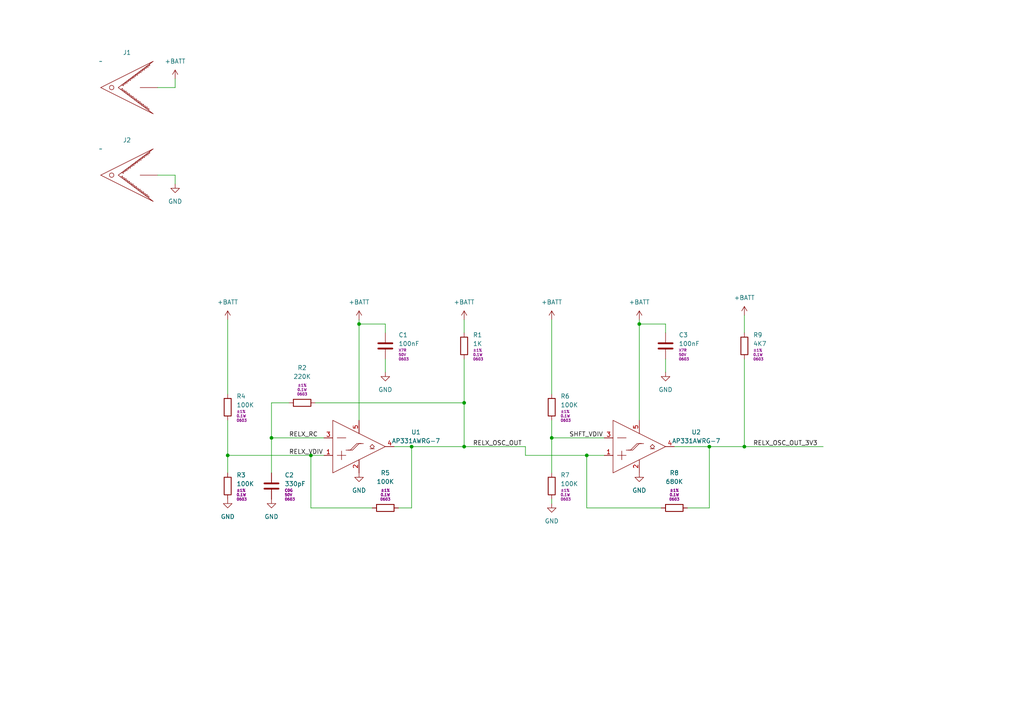
<source format=kicad_sch>
(kicad_sch (version 20230121) (generator eeschema)

  (uuid e0cd1853-2523-4e2d-9373-07e51d2931b2)

  (paper "A4")

  (title_block
    (title "MEC1003F 2024 Lecture 2 Demo")
    (date "2024-04-10")
    (rev "v0.0")
    (company "University of Cape Town")
    (comment 1 "Licence: Creative Commons")
    (comment 3 "Department of Electrical Engineering")
    (comment 4 "Lawrence Stanton")
  )

  (lib_symbols
    (symbol "Project Symbols:0603WAF1001T5E" (pin_numbers hide) (pin_names (offset 0)) (in_bom yes) (on_board yes)
      (property "Reference" "R" (at 5.08 2.54 0)
        (effects (font (size 1.27 1.27)))
      )
      (property "Value" "1K" (at 5.08 0 0)
        (effects (font (size 1.27 1.27)))
      )
      (property "Footprint" "" (at 5.08 -5.08 90)
        (effects (font (size 1.27 1.27)) hide)
      )
      (property "Datasheet" "https://datasheet.lcsc.com/szlcsc/1811062009_UNI-ROYAL-Uniroyal-Elec-0603WAF1002T5E_C25804.pdf" (at 15.24 -10.16 0)
        (effects (font (size 1.27 1.27)) hide)
      )
      (property "Tolerance" "±1%" (at 5.08 -2.54 0)
        (effects (font (size 0.762 0.762)))
      )
      (property "Power" "0.1W" (at 5.08 -5.08 0)
        (effects (font (size 0.762 0.762)))
      )
      (property "Package" "0603" (at 5.08 -7.62 0)
        (effects (font (size 0.762 0.762)))
      )
      (property "ki_keywords" "R res resistor" (at 0 0 0)
        (effects (font (size 1.27 1.27)) hide)
      )
      (property "ki_description" "Resistor" (at 0 0 0)
        (effects (font (size 1.27 1.27)) hide)
      )
      (property "ki_fp_filters" "R_*" (at 0 0 0)
        (effects (font (size 1.27 1.27)) hide)
      )
      (symbol "0603WAF1001T5E_0_1"
        (rectangle (start -1.016 -2.54) (end 1.016 2.54)
          (stroke (width 0.254) (type default))
          (fill (type none))
        )
      )
      (symbol "0603WAF1001T5E_1_1"
        (pin passive line (at 0 3.81 270) (length 1.27)
          (name "~" (effects (font (size 1.27 1.27))))
          (number "1" (effects (font (size 1.27 1.27))))
        )
        (pin passive line (at 0 -3.81 90) (length 1.27)
          (name "~" (effects (font (size 1.27 1.27))))
          (number "2" (effects (font (size 1.27 1.27))))
        )
      )
    )
    (symbol "Project Symbols:0603WAF1003T5E" (pin_numbers hide) (pin_names (offset 0)) (in_bom yes) (on_board yes)
      (property "Reference" "R" (at 5.08 2.54 0)
        (effects (font (size 1.27 1.27)))
      )
      (property "Value" "100K" (at 5.08 0 0)
        (effects (font (size 1.27 1.27)))
      )
      (property "Footprint" "" (at 0 -15.24 0)
        (effects (font (size 1.27 1.27)) hide)
      )
      (property "Datasheet" "https://datasheet.lcsc.com/szlcsc/1811062009_UNI-ROYAL-Uniroyal-Elec-0603WAF1002T5E_C25804.pdf" (at 15.24 -10.16 0)
        (effects (font (size 1.27 1.27)) hide)
      )
      (property "Tolerance" "±1%" (at 5.08 -2.54 0)
        (effects (font (size 0.762 0.762)))
      )
      (property "Power" "0.1W" (at 5.08 -5.08 0)
        (effects (font (size 0.762 0.762)))
      )
      (property "Package" "0603" (at 5.08 -7.62 0)
        (effects (font (size 0.762 0.762)))
      )
      (property "ki_keywords" "R res resistor" (at 0 0 0)
        (effects (font (size 1.27 1.27)) hide)
      )
      (property "ki_description" "Resistor" (at 0 0 0)
        (effects (font (size 1.27 1.27)) hide)
      )
      (property "ki_fp_filters" "R_*" (at 0 0 0)
        (effects (font (size 1.27 1.27)) hide)
      )
      (symbol "0603WAF1003T5E_0_1"
        (rectangle (start -1.016 -2.54) (end 1.016 2.54)
          (stroke (width 0.254) (type default))
          (fill (type none))
        )
      )
      (symbol "0603WAF1003T5E_1_1"
        (pin passive line (at 0 3.81 270) (length 1.27)
          (name "~" (effects (font (size 1.27 1.27))))
          (number "1" (effects (font (size 1.27 1.27))))
        )
        (pin passive line (at 0 -3.81 90) (length 1.27)
          (name "~" (effects (font (size 1.27 1.27))))
          (number "2" (effects (font (size 1.27 1.27))))
        )
      )
    )
    (symbol "Project Symbols:0603WAF2203T5E" (pin_numbers hide) (pin_names (offset 0)) (in_bom yes) (on_board yes)
      (property "Reference" "R" (at 5.08 2.54 0)
        (effects (font (size 1.27 1.27)))
      )
      (property "Value" "220K" (at 5.08 0 0)
        (effects (font (size 1.27 1.27)))
      )
      (property "Footprint" "Resistor_SMD:R_0603_1608Metric" (at 5.08 -15.24 0)
        (effects (font (size 1.27 1.27)) hide)
      )
      (property "Datasheet" "https://datasheet.lcsc.com/szlcsc/1811062009_UNI-ROYAL-Uniroyal-Elec-0603WAF1002T5E_C25804.pdf" (at 15.24 -10.16 0)
        (effects (font (size 1.27 1.27)) hide)
      )
      (property "Tolerance" "±1%" (at 5.08 -2.54 0)
        (effects (font (size 0.762 0.762)))
      )
      (property "Power" "0.1W" (at 5.08 -5.08 0)
        (effects (font (size 0.762 0.762)))
      )
      (property "Package" "0603" (at 5.08 -7.62 0)
        (effects (font (size 0.762 0.762)))
      )
      (property "ki_keywords" "R res resistor" (at 0 0 0)
        (effects (font (size 1.27 1.27)) hide)
      )
      (property "ki_description" "Resistor" (at 0 0 0)
        (effects (font (size 1.27 1.27)) hide)
      )
      (property "ki_fp_filters" "R_*" (at 0 0 0)
        (effects (font (size 1.27 1.27)) hide)
      )
      (symbol "0603WAF2203T5E_0_1"
        (rectangle (start -1.016 -2.54) (end 1.016 2.54)
          (stroke (width 0.254) (type default))
          (fill (type none))
        )
      )
      (symbol "0603WAF2203T5E_1_1"
        (pin passive line (at 0 3.81 270) (length 1.27)
          (name "~" (effects (font (size 1.27 1.27))))
          (number "1" (effects (font (size 1.27 1.27))))
        )
        (pin passive line (at 0 -3.81 90) (length 1.27)
          (name "~" (effects (font (size 1.27 1.27))))
          (number "2" (effects (font (size 1.27 1.27))))
        )
      )
    )
    (symbol "Project Symbols:0603WAF4701T5E" (pin_numbers hide) (pin_names (offset 0)) (in_bom yes) (on_board yes)
      (property "Reference" "R" (at 5.08 2.54 0)
        (effects (font (size 1.27 1.27)))
      )
      (property "Value" "4K7" (at 5.08 0 0)
        (effects (font (size 1.27 1.27)))
      )
      (property "Footprint" "Resistor_SMD:R_0603_1608Metric" (at 5.08 -15.24 0)
        (effects (font (size 1.27 1.27)) hide)
      )
      (property "Datasheet" "https://datasheet.lcsc.com/szlcsc/1811062009_UNI-ROYAL-Uniroyal-Elec-0603WAF1002T5E_C25804.pdf" (at 15.24 -10.16 0)
        (effects (font (size 1.27 1.27)) hide)
      )
      (property "Tolerance" "±1%" (at 5.08 -2.54 0)
        (effects (font (size 0.762 0.762)))
      )
      (property "Power" "0.1W" (at 5.08 -5.08 0)
        (effects (font (size 0.762 0.762)))
      )
      (property "Package" "0603" (at 5.08 -7.62 0)
        (effects (font (size 0.762 0.762)))
      )
      (property "ki_keywords" "R res resistor" (at 0 0 0)
        (effects (font (size 1.27 1.27)) hide)
      )
      (property "ki_description" "Resistor" (at 0 0 0)
        (effects (font (size 1.27 1.27)) hide)
      )
      (property "ki_fp_filters" "R_*" (at 0 0 0)
        (effects (font (size 1.27 1.27)) hide)
      )
      (symbol "0603WAF4701T5E_0_1"
        (rectangle (start -1.016 -2.54) (end 1.016 2.54)
          (stroke (width 0.254) (type default))
          (fill (type none))
        )
      )
      (symbol "0603WAF4701T5E_1_1"
        (pin passive line (at 0 3.81 270) (length 1.27)
          (name "~" (effects (font (size 1.27 1.27))))
          (number "1" (effects (font (size 1.27 1.27))))
        )
        (pin passive line (at 0 -3.81 90) (length 1.27)
          (name "~" (effects (font (size 1.27 1.27))))
          (number "2" (effects (font (size 1.27 1.27))))
        )
      )
    )
    (symbol "Project Symbols:0603WAF6803T5E" (pin_numbers hide) (pin_names (offset 0)) (in_bom yes) (on_board yes)
      (property "Reference" "R" (at 5.08 2.54 0)
        (effects (font (size 1.27 1.27)))
      )
      (property "Value" "680K" (at 5.08 0 0)
        (effects (font (size 1.27 1.27)))
      )
      (property "Footprint" "" (at 5.08 -5.08 90)
        (effects (font (size 1.27 1.27)) hide)
      )
      (property "Datasheet" "https://datasheet.lcsc.com/szlcsc/1811062009_UNI-ROYAL-Uniroyal-Elec-0603WAF1002T5E_C25804.pdf" (at 15.24 -10.16 0)
        (effects (font (size 1.27 1.27)) hide)
      )
      (property "Tolerance" "±1%" (at 5.08 -2.54 0)
        (effects (font (size 0.762 0.762)))
      )
      (property "Power" "0.1W" (at 5.08 -5.08 0)
        (effects (font (size 0.762 0.762)))
      )
      (property "Package" "0603" (at 5.08 -7.62 0)
        (effects (font (size 0.762 0.762)))
      )
      (property "ki_keywords" "R res resistor" (at 0 0 0)
        (effects (font (size 1.27 1.27)) hide)
      )
      (property "ki_description" "Resistor" (at 0 0 0)
        (effects (font (size 1.27 1.27)) hide)
      )
      (property "ki_fp_filters" "R_*" (at 0 0 0)
        (effects (font (size 1.27 1.27)) hide)
      )
      (symbol "0603WAF6803T5E_0_1"
        (rectangle (start -1.016 -2.54) (end 1.016 2.54)
          (stroke (width 0.254) (type default))
          (fill (type none))
        )
      )
      (symbol "0603WAF6803T5E_1_1"
        (pin passive line (at 0 3.81 270) (length 1.27)
          (name "~" (effects (font (size 1.27 1.27))))
          (number "1" (effects (font (size 1.27 1.27))))
        )
        (pin passive line (at 0 -3.81 90) (length 1.27)
          (name "~" (effects (font (size 1.27 1.27))))
          (number "2" (effects (font (size 1.27 1.27))))
        )
      )
    )
    (symbol "Project Symbols:AP331AWRG-7" (pin_names hide) (in_bom yes) (on_board yes)
      (property "Reference" "U" (at 17.78 2.54 0)
        (effects (font (size 1.27 1.27)))
      )
      (property "Value" "AP331AWRG-7" (at 22.86 0 0)
        (effects (font (size 1.27 1.27)))
      )
      (property "Footprint" "Project Footprints:SOT-23-5 (AP331A)" (at 17.78 -25.4 0)
        (effects (font (size 1.27 1.27)) hide)
      )
      (property "Datasheet" "https://www.lcsc.com/datasheet/lcsc_datasheet_1809051524_Diodes-Incorporated-AP331AWRG-7_C151561.pdf" (at 13.97 -34.925 0)
        (effects (font (size 1.27 1.27)) hide)
      )
      (symbol "AP331AWRG-7_0_1"
        (polyline
          (pts
            (xy 3.81 -10.16)
            (xy 6.35 -10.16)
          )
          (stroke (width 0) (type default))
          (fill (type none))
        )
        (polyline
          (pts
            (xy 3.81 -5.08)
            (xy 6.35 -5.08)
          )
          (stroke (width 0) (type default))
          (fill (type none))
        )
        (polyline
          (pts
            (xy 5.08 -8.89)
            (xy 5.08 -11.43)
          )
          (stroke (width 0) (type default))
          (fill (type none))
        )
        (polyline
          (pts
            (xy 2.54 0)
            (xy 2.54 -15.24)
            (xy 17.78 -7.62)
            (xy 2.54 0)
          )
          (stroke (width 0) (type default))
          (fill (type none))
        )
      )
      (symbol "AP331AWRG-7_1_1"
        (polyline
          (pts
            (xy 13.335 -8.255)
            (xy 14.605 -8.255)
          )
          (stroke (width 0) (type default))
          (fill (type none))
        )
        (polyline
          (pts
            (xy 13.97 -8.255)
            (xy 14.605 -7.62)
            (xy 13.97 -6.985)
          )
          (stroke (width 0) (type default))
          (fill (type none))
        )
        (polyline
          (pts
            (xy 13.97 -6.985)
            (xy 13.335 -7.62)
            (xy 13.97 -8.255)
          )
          (stroke (width 0) (type default))
          (fill (type none))
        )
        (polyline
          (pts
            (xy 6.35 -8.636)
            (xy 7.62 -8.636)
            (xy 9.525 -6.731)
            (xy 10.795 -6.731)
          )
          (stroke (width 0) (type default))
          (fill (type none))
        )
        (polyline
          (pts
            (xy 6.985 -8.636)
            (xy 8.255 -8.636)
            (xy 10.16 -6.731)
            (xy 11.43 -6.731)
          )
          (stroke (width 0) (type default))
          (fill (type none))
        )
        (pin input line (at 0 -10.16 0) (length 2.54)
          (name "IN+" (effects (font (size 1.27 1.27))))
          (number "1" (effects (font (size 1.27 1.27))))
        )
        (pin power_in line (at 10.16 -15.24 90) (length 3.81)
          (name "GND" (effects (font (size 1.27 1.27))))
          (number "2" (effects (font (size 1.27 1.27))))
        )
        (pin input line (at 0 -5.08 0) (length 2.54)
          (name "IN-" (effects (font (size 1.27 1.27))))
          (number "3" (effects (font (size 1.27 1.27))))
        )
        (pin output line (at 20.32 -7.62 180) (length 2.54)
          (name "OUT" (effects (font (size 1.27 1.27))))
          (number "4" (effects (font (size 1.27 1.27))))
        )
        (pin power_in line (at 10.16 0 270) (length 3.81)
          (name "VCC" (effects (font (size 1.27 1.27))))
          (number "5" (effects (font (size 1.27 1.27))))
        )
      )
    )
    (symbol "Project Symbols:CC0603KRX7R9BB104" (pin_numbers hide) (pin_names (offset 0.254)) (in_bom yes) (on_board yes)
      (property "Reference" "C" (at 5.08 2.54 0)
        (effects (font (size 1.27 1.27)) (justify left))
      )
      (property "Value" "100nF" (at 5.08 0 0)
        (effects (font (size 1.27 1.27)) (justify left))
      )
      (property "Footprint" "Capacitor_SMD:C_0603_1608Metric" (at 12.7 -12.7 0)
        (effects (font (size 1.27 1.27)) hide)
      )
      (property "Datasheet" "https://datasheet.lcsc.com/szlcsc/YAGEO-CC0603KRX7R9BB104_C14663.pdf" (at 30.48 -10.16 0)
        (effects (font (size 1.27 1.27)) hide)
      )
      (property "Dielectric" "X7R" (at 7.62 -7.62 0)
        (effects (font (size 0.762 0.762)))
      )
      (property "Voltage" "50V" (at 7.62 -5.08 0)
        (effects (font (size 0.762 0.762)))
      )
      (property "Package" "0603" (at 7.62 -2.54 0)
        (effects (font (size 0.762 0.762)))
      )
      (property "ki_keywords" "cap capacitor" (at 0 0 0)
        (effects (font (size 1.27 1.27)) hide)
      )
      (property "ki_description" "Unpolarized capacitor" (at 0 0 0)
        (effects (font (size 1.27 1.27)) hide)
      )
      (property "ki_fp_filters" "C_*" (at 0 0 0)
        (effects (font (size 1.27 1.27)) hide)
      )
      (symbol "CC0603KRX7R9BB104_0_1"
        (polyline
          (pts
            (xy -2.032 -0.762)
            (xy 2.032 -0.762)
          )
          (stroke (width 0.508) (type default))
          (fill (type none))
        )
        (polyline
          (pts
            (xy -2.032 0.762)
            (xy 2.032 0.762)
          )
          (stroke (width 0.508) (type default))
          (fill (type none))
        )
      )
      (symbol "CC0603KRX7R9BB104_1_1"
        (pin passive line (at 0 3.81 270) (length 2.794)
          (name "~" (effects (font (size 1.27 1.27))))
          (number "1" (effects (font (size 1.27 1.27))))
        )
        (pin passive line (at 0 -3.81 90) (length 2.794)
          (name "~" (effects (font (size 1.27 1.27))))
          (number "2" (effects (font (size 1.27 1.27))))
        )
      )
    )
    (symbol "Project Symbols:CL10C331JB8NNNC" (pin_numbers hide) (pin_names (offset 0.254)) (in_bom yes) (on_board yes)
      (property "Reference" "C" (at 5.08 2.54 0)
        (effects (font (size 1.27 1.27)) (justify left))
      )
      (property "Value" "330pF" (at 5.08 0 0)
        (effects (font (size 1.27 1.27)) (justify left))
      )
      (property "Footprint" "Capacitor_SMD:C_0603_1608Metric" (at 12.7 -12.7 0)
        (effects (font (size 1.27 1.27)) hide)
      )
      (property "Datasheet" "https://datasheet.lcsc.com/szlcsc/YAGEO-CC0603KRX7R9BB104_C14663.pdf" (at 30.48 -10.16 0)
        (effects (font (size 1.27 1.27)) hide)
      )
      (property "Dielectric" "C0G" (at 7.62 -7.62 0)
        (effects (font (size 0.762 0.762)))
      )
      (property "Voltage" "50V" (at 7.62 -5.08 0)
        (effects (font (size 0.762 0.762)))
      )
      (property "Package" "0603" (at 7.62 -2.54 0)
        (effects (font (size 0.762 0.762)))
      )
      (property "ki_keywords" "cap capacitor" (at 0 0 0)
        (effects (font (size 1.27 1.27)) hide)
      )
      (property "ki_description" "Unpolarized capacitor" (at 0 0 0)
        (effects (font (size 1.27 1.27)) hide)
      )
      (property "ki_fp_filters" "C_*" (at 0 0 0)
        (effects (font (size 1.27 1.27)) hide)
      )
      (symbol "CL10C331JB8NNNC_0_1"
        (polyline
          (pts
            (xy -2.032 -0.762)
            (xy 2.032 -0.762)
          )
          (stroke (width 0.508) (type default))
          (fill (type none))
        )
        (polyline
          (pts
            (xy -2.032 0.762)
            (xy 2.032 0.762)
          )
          (stroke (width 0.508) (type default))
          (fill (type none))
        )
      )
      (symbol "CL10C331JB8NNNC_1_1"
        (pin passive line (at 0 3.81 270) (length 2.794)
          (name "~" (effects (font (size 1.27 1.27))))
          (number "1" (effects (font (size 1.27 1.27))))
        )
        (pin passive line (at 0 -3.81 90) (length 2.794)
          (name "~" (effects (font (size 1.27 1.27))))
          (number "2" (effects (font (size 1.27 1.27))))
        )
      )
    )
    (symbol "Project Symbols:CROC" (pin_numbers hide) (in_bom yes) (on_board yes)
      (property "Reference" "J" (at 0 0 0)
        (effects (font (size 1.27 1.27)))
      )
      (property "Value" "" (at 0 0 0)
        (effects (font (size 1.27 1.27)))
      )
      (property "Footprint" "Project Footprints:CROC" (at 0 0 0)
        (effects (font (size 1.27 1.27)) hide)
      )
      (property "Datasheet" "" (at 0 0 0)
        (effects (font (size 1.27 1.27)) hide)
      )
      (symbol "CROC_0_1"
        (polyline
          (pts
            (xy 0 -7.62)
            (xy 15.24 0)
            (xy 5.08 -7.62)
            (xy 15.24 -15.24)
            (xy 0 -7.62)
          )
          (stroke (width 0) (type default))
          (fill (type none))
        )
        (polyline
          (pts
            (xy 5.842 -8.128)
            (xy 6.35 -7.874)
            (xy 6.35 -8.382)
            (xy 6.858 -8.382)
            (xy 6.858 -8.89)
          )
          (stroke (width 0) (type default))
          (fill (type none))
        )
        (polyline
          (pts
            (xy 6.096 -6.858)
            (xy 6.604 -7.112)
            (xy 6.604 -6.604)
            (xy 7.112 -6.604)
            (xy 7.112 -6.096)
          )
          (stroke (width 0) (type default))
          (fill (type none))
        )
        (polyline
          (pts
            (xy 6.858 -8.89)
            (xy 7.366 -8.636)
            (xy 7.366 -9.144)
            (xy 7.874 -9.144)
            (xy 7.874 -9.652)
          )
          (stroke (width 0) (type default))
          (fill (type none))
        )
        (polyline
          (pts
            (xy 7.112 -6.096)
            (xy 7.62 -6.35)
            (xy 7.62 -5.842)
            (xy 8.128 -5.842)
            (xy 8.128 -5.334)
          )
          (stroke (width 0) (type default))
          (fill (type none))
        )
        (polyline
          (pts
            (xy 7.874 -9.652)
            (xy 8.382 -9.398)
            (xy 8.382 -9.906)
            (xy 8.89 -9.906)
            (xy 8.89 -10.414)
          )
          (stroke (width 0) (type default))
          (fill (type none))
        )
        (polyline
          (pts
            (xy 8.128 -5.334)
            (xy 8.636 -5.588)
            (xy 8.636 -5.08)
            (xy 9.144 -5.08)
            (xy 9.144 -4.572)
          )
          (stroke (width 0) (type default))
          (fill (type none))
        )
        (polyline
          (pts
            (xy 8.89 -10.414)
            (xy 9.398 -10.16)
            (xy 9.398 -10.668)
            (xy 9.906 -10.668)
            (xy 9.906 -11.176)
          )
          (stroke (width 0) (type default))
          (fill (type none))
        )
        (polyline
          (pts
            (xy 9.144 -4.572)
            (xy 9.652 -4.826)
            (xy 9.652 -4.318)
            (xy 10.16 -4.318)
            (xy 10.16 -3.81)
          )
          (stroke (width 0) (type default))
          (fill (type none))
        )
        (polyline
          (pts
            (xy 9.906 -11.176)
            (xy 10.414 -10.922)
            (xy 10.414 -11.43)
            (xy 10.922 -11.43)
            (xy 10.922 -11.938)
          )
          (stroke (width 0) (type default))
          (fill (type none))
        )
        (polyline
          (pts
            (xy 10.16 -3.81)
            (xy 10.668 -4.064)
            (xy 10.668 -3.556)
            (xy 11.176 -3.556)
            (xy 11.176 -3.048)
          )
          (stroke (width 0) (type default))
          (fill (type none))
        )
        (polyline
          (pts
            (xy 10.922 -11.938)
            (xy 11.43 -11.684)
            (xy 11.43 -12.192)
            (xy 11.938 -12.192)
            (xy 11.938 -12.7)
          )
          (stroke (width 0) (type default))
          (fill (type none))
        )
        (polyline
          (pts
            (xy 11.176 -3.048)
            (xy 11.684 -3.302)
            (xy 11.684 -2.794)
            (xy 12.192 -2.794)
            (xy 12.192 -2.286)
          )
          (stroke (width 0) (type default))
          (fill (type none))
        )
        (polyline
          (pts
            (xy 11.938 -12.7)
            (xy 12.446 -12.446)
            (xy 12.446 -12.954)
            (xy 12.954 -12.954)
            (xy 12.954 -13.462)
          )
          (stroke (width 0) (type default))
          (fill (type none))
        )
        (polyline
          (pts
            (xy 12.192 -2.286)
            (xy 12.7 -2.54)
            (xy 12.7 -2.032)
            (xy 13.208 -2.032)
            (xy 13.208 -1.524)
          )
          (stroke (width 0) (type default))
          (fill (type none))
        )
        (polyline
          (pts
            (xy 12.954 -13.462)
            (xy 13.462 -13.208)
            (xy 13.462 -13.716)
            (xy 13.97 -13.716)
            (xy 13.97 -14.224)
          )
          (stroke (width 0) (type default))
          (fill (type none))
        )
        (polyline
          (pts
            (xy 13.208 -1.524)
            (xy 13.716 -1.778)
            (xy 13.716 -1.27)
            (xy 14.224 -1.27)
            (xy 14.224 -0.762)
          )
          (stroke (width 0) (type default))
          (fill (type none))
        )
        (circle (center 3.175 -7.62) (radius 0.635)
          (stroke (width 0) (type default))
          (fill (type none))
        )
      )
      (symbol "CROC_1_1"
        (pin passive line (at 16.51 -7.62 180) (length 5.08)
          (name "" (effects (font (size 1.27 1.27))))
          (number "1" (effects (font (size 1.27 1.27))))
        )
      )
    )
    (symbol "power:+BATT" (power) (pin_names (offset 0)) (in_bom yes) (on_board yes)
      (property "Reference" "#PWR" (at 0 -3.81 0)
        (effects (font (size 1.27 1.27)) hide)
      )
      (property "Value" "+BATT" (at 0 3.556 0)
        (effects (font (size 1.27 1.27)))
      )
      (property "Footprint" "" (at 0 0 0)
        (effects (font (size 1.27 1.27)) hide)
      )
      (property "Datasheet" "" (at 0 0 0)
        (effects (font (size 1.27 1.27)) hide)
      )
      (property "ki_keywords" "global power battery" (at 0 0 0)
        (effects (font (size 1.27 1.27)) hide)
      )
      (property "ki_description" "Power symbol creates a global label with name \"+BATT\"" (at 0 0 0)
        (effects (font (size 1.27 1.27)) hide)
      )
      (symbol "+BATT_0_1"
        (polyline
          (pts
            (xy -0.762 1.27)
            (xy 0 2.54)
          )
          (stroke (width 0) (type default))
          (fill (type none))
        )
        (polyline
          (pts
            (xy 0 0)
            (xy 0 2.54)
          )
          (stroke (width 0) (type default))
          (fill (type none))
        )
        (polyline
          (pts
            (xy 0 2.54)
            (xy 0.762 1.27)
          )
          (stroke (width 0) (type default))
          (fill (type none))
        )
      )
      (symbol "+BATT_1_1"
        (pin power_in line (at 0 0 90) (length 0) hide
          (name "+BATT" (effects (font (size 1.27 1.27))))
          (number "1" (effects (font (size 1.27 1.27))))
        )
      )
    )
    (symbol "power:GND" (power) (pin_names (offset 0)) (in_bom yes) (on_board yes)
      (property "Reference" "#PWR" (at 0 -6.35 0)
        (effects (font (size 1.27 1.27)) hide)
      )
      (property "Value" "GND" (at 0 -3.81 0)
        (effects (font (size 1.27 1.27)))
      )
      (property "Footprint" "" (at 0 0 0)
        (effects (font (size 1.27 1.27)) hide)
      )
      (property "Datasheet" "" (at 0 0 0)
        (effects (font (size 1.27 1.27)) hide)
      )
      (property "ki_keywords" "global power" (at 0 0 0)
        (effects (font (size 1.27 1.27)) hide)
      )
      (property "ki_description" "Power symbol creates a global label with name \"GND\" , ground" (at 0 0 0)
        (effects (font (size 1.27 1.27)) hide)
      )
      (symbol "GND_0_1"
        (polyline
          (pts
            (xy 0 0)
            (xy 0 -1.27)
            (xy 1.27 -1.27)
            (xy 0 -2.54)
            (xy -1.27 -1.27)
            (xy 0 -1.27)
          )
          (stroke (width 0) (type default))
          (fill (type none))
        )
      )
      (symbol "GND_1_1"
        (pin power_in line (at 0 0 270) (length 0) hide
          (name "GND" (effects (font (size 1.27 1.27))))
          (number "1" (effects (font (size 1.27 1.27))))
        )
      )
    )
  )

  (junction (at 78.74 127) (diameter 0) (color 0 0 0 0)
    (uuid 05c1824e-149f-45a7-ba21-a62db783e041)
  )
  (junction (at 134.62 129.54) (diameter 0) (color 0 0 0 0)
    (uuid 17a7e187-07a7-4942-b1a7-23fbdea14d8a)
  )
  (junction (at 205.74 129.54) (diameter 0) (color 0 0 0 0)
    (uuid 325a99d5-3dbe-4cc0-b3f1-99a4b95751d7)
  )
  (junction (at 185.42 93.98) (diameter 0) (color 0 0 0 0)
    (uuid 47e11b70-76f8-47be-9fc6-56ffac9423a2)
  )
  (junction (at 66.04 132.08) (diameter 0) (color 0 0 0 0)
    (uuid 48328f40-4465-4339-bf3a-f38dcc4b61c7)
  )
  (junction (at 134.62 116.84) (diameter 0) (color 0 0 0 0)
    (uuid 584c899f-b00a-4441-a49c-2922db3fdfef)
  )
  (junction (at 104.14 93.98) (diameter 0) (color 0 0 0 0)
    (uuid 6ea185e6-4974-4535-815c-3fb44ee6bef6)
  )
  (junction (at 160.02 127) (diameter 0) (color 0 0 0 0)
    (uuid 72600925-5456-4729-a9f5-22f28594c351)
  )
  (junction (at 90.17 132.08) (diameter 0) (color 0 0 0 0)
    (uuid a6d2e64e-bb4f-4b21-94f0-cc4c02ff41ee)
  )
  (junction (at 119.38 129.54) (diameter 0) (color 0 0 0 0)
    (uuid a7a33db5-83cc-43e3-b7ea-3915b6a82e42)
  )
  (junction (at 215.9 129.54) (diameter 0) (color 0 0 0 0)
    (uuid e8cd9510-2ad5-45ee-9719-f9a639847fd1)
  )
  (junction (at 170.18 132.08) (diameter 0) (color 0 0 0 0)
    (uuid ec140803-a74d-45e9-a66a-ce134d8eed38)
  )

  (wire (pts (xy 152.4 132.08) (xy 170.18 132.08))
    (stroke (width 0) (type default))
    (uuid 0b26971d-df59-44bd-8141-9cb57848ffdf)
  )
  (wire (pts (xy 50.8 25.4) (xy 45.72 25.4))
    (stroke (width 0) (type default))
    (uuid 0e1b1a87-9ea0-4efa-bbf4-a66fbb05bdb2)
  )
  (wire (pts (xy 90.17 132.08) (xy 93.98 132.08))
    (stroke (width 0) (type default))
    (uuid 116305bf-f4a1-49c6-baec-ad3825c2736a)
  )
  (wire (pts (xy 50.8 53.34) (xy 50.8 50.8))
    (stroke (width 0) (type default))
    (uuid 1495bbfc-612d-4f0b-930a-848114ef29be)
  )
  (wire (pts (xy 160.02 127) (xy 175.26 127))
    (stroke (width 0) (type default))
    (uuid 1c9eb2b0-9c69-4a67-a5b2-df442048d4a0)
  )
  (wire (pts (xy 215.9 129.54) (xy 238.76 129.54))
    (stroke (width 0) (type default))
    (uuid 1f0d879d-2fc3-4c76-aaa7-f99e069881d1)
  )
  (wire (pts (xy 78.74 116.84) (xy 78.74 127))
    (stroke (width 0) (type default))
    (uuid 29593ccb-f74a-4a45-9542-b274453d7f86)
  )
  (wire (pts (xy 83.82 116.84) (xy 78.74 116.84))
    (stroke (width 0) (type default))
    (uuid 2a898f7f-619f-4372-8a5f-28e31ca3c8cf)
  )
  (wire (pts (xy 134.62 116.84) (xy 134.62 129.54))
    (stroke (width 0) (type default))
    (uuid 2f2cf7c0-e34e-4714-9837-a8763267a887)
  )
  (wire (pts (xy 111.76 96.52) (xy 111.76 93.98))
    (stroke (width 0) (type default))
    (uuid 30115219-5bcd-4a74-8e09-5edbb8c32aba)
  )
  (wire (pts (xy 160.02 144.78) (xy 160.02 146.05))
    (stroke (width 0) (type default))
    (uuid 31769401-58d3-4716-9e30-2471a6ba74ce)
  )
  (wire (pts (xy 152.4 129.54) (xy 152.4 132.08))
    (stroke (width 0) (type default))
    (uuid 328f5219-6359-4317-a017-549b81ec6690)
  )
  (wire (pts (xy 160.02 127) (xy 160.02 137.16))
    (stroke (width 0) (type default))
    (uuid 373203e1-a54f-4e94-9601-7f52f8ee24f3)
  )
  (wire (pts (xy 134.62 92.71) (xy 134.62 96.52))
    (stroke (width 0) (type default))
    (uuid 3872ebab-1209-48c0-a7db-dd14e5ee456b)
  )
  (wire (pts (xy 91.44 116.84) (xy 134.62 116.84))
    (stroke (width 0) (type default))
    (uuid 3919c533-9f15-46f1-bdaa-cc53df67581a)
  )
  (wire (pts (xy 215.9 104.14) (xy 215.9 129.54))
    (stroke (width 0) (type default))
    (uuid 3d54a702-aef7-4110-b050-58b6f59211a7)
  )
  (wire (pts (xy 50.8 50.8) (xy 45.72 50.8))
    (stroke (width 0) (type default))
    (uuid 491291b3-6199-420e-9e4e-88d05ae1fc6d)
  )
  (wire (pts (xy 134.62 129.54) (xy 119.38 129.54))
    (stroke (width 0) (type default))
    (uuid 494f0369-8ac9-4c8f-92d2-0dba94f2d985)
  )
  (wire (pts (xy 134.62 104.14) (xy 134.62 116.84))
    (stroke (width 0) (type default))
    (uuid 4cd86657-f226-472e-9f82-b1ff14e693b9)
  )
  (wire (pts (xy 104.14 93.98) (xy 104.14 121.92))
    (stroke (width 0) (type default))
    (uuid 56159f25-ff8d-48da-aa2a-98436377d088)
  )
  (wire (pts (xy 193.04 96.52) (xy 193.04 93.98))
    (stroke (width 0) (type default))
    (uuid 58260433-f8e0-4d4d-88a0-63b483666723)
  )
  (wire (pts (xy 160.02 92.71) (xy 160.02 114.3))
    (stroke (width 0) (type default))
    (uuid 59d3ef76-646b-44c3-983d-01e0963c6473)
  )
  (wire (pts (xy 66.04 121.92) (xy 66.04 132.08))
    (stroke (width 0) (type default))
    (uuid 5fe8c46b-31df-4295-935f-6d6ec3938627)
  )
  (wire (pts (xy 160.02 121.92) (xy 160.02 127))
    (stroke (width 0) (type default))
    (uuid 60e97c15-f4f1-4327-8109-2fdffffc7006)
  )
  (wire (pts (xy 170.18 132.08) (xy 175.26 132.08))
    (stroke (width 0) (type default))
    (uuid 6ce6ac8c-edee-4f55-a823-73ff345c1e63)
  )
  (wire (pts (xy 111.76 93.98) (xy 104.14 93.98))
    (stroke (width 0) (type default))
    (uuid 7c660f5f-f748-4670-904c-f973410c05e0)
  )
  (wire (pts (xy 215.9 129.54) (xy 205.74 129.54))
    (stroke (width 0) (type default))
    (uuid 84819a41-1e1f-4237-9282-1626b193c749)
  )
  (wire (pts (xy 119.38 129.54) (xy 114.3 129.54))
    (stroke (width 0) (type default))
    (uuid 8cca6b72-5f4a-40bd-bdaa-5e70f491ff60)
  )
  (wire (pts (xy 78.74 127) (xy 93.98 127))
    (stroke (width 0) (type default))
    (uuid 91b6602c-e67b-4b1d-8cc7-7f24fd88bf5d)
  )
  (wire (pts (xy 66.04 132.08) (xy 90.17 132.08))
    (stroke (width 0) (type default))
    (uuid 9ab65b6f-0716-44e6-9465-0f9416243a9e)
  )
  (wire (pts (xy 185.42 92.71) (xy 185.42 93.98))
    (stroke (width 0) (type default))
    (uuid 9de33fe2-da84-46dc-b2d8-efa8b9f6b8bc)
  )
  (wire (pts (xy 170.18 132.08) (xy 170.18 147.32))
    (stroke (width 0) (type default))
    (uuid 9ea67fbf-8400-45b5-bf29-fc189fbc037e)
  )
  (wire (pts (xy 66.04 92.71) (xy 66.04 114.3))
    (stroke (width 0) (type default))
    (uuid a410f8a8-bb3b-4ea6-968f-57ab607b956d)
  )
  (wire (pts (xy 185.42 93.98) (xy 185.42 121.92))
    (stroke (width 0) (type default))
    (uuid a4e29b91-8534-44ad-858a-ccf764fdd11a)
  )
  (wire (pts (xy 134.62 129.54) (xy 152.4 129.54))
    (stroke (width 0) (type default))
    (uuid abd8f666-83eb-4717-b684-3c33a2aca7b2)
  )
  (wire (pts (xy 205.74 147.32) (xy 205.74 129.54))
    (stroke (width 0) (type default))
    (uuid acd779e2-43c9-4a33-a27e-d46eee2975b2)
  )
  (wire (pts (xy 115.57 147.32) (xy 119.38 147.32))
    (stroke (width 0) (type default))
    (uuid b304f609-46b1-4b4c-85f0-4afe8f4d79dc)
  )
  (wire (pts (xy 193.04 93.98) (xy 185.42 93.98))
    (stroke (width 0) (type default))
    (uuid b389d36b-6b80-4d04-8bdf-2f00a46ab3e0)
  )
  (wire (pts (xy 90.17 147.32) (xy 107.95 147.32))
    (stroke (width 0) (type default))
    (uuid b96edb57-72f0-4f08-a905-160d70861a52)
  )
  (wire (pts (xy 205.74 129.54) (xy 195.58 129.54))
    (stroke (width 0) (type default))
    (uuid c9b2b8f5-923e-4d34-a538-f93ef56e64f6)
  )
  (wire (pts (xy 199.39 147.32) (xy 205.74 147.32))
    (stroke (width 0) (type default))
    (uuid ca93a030-dfa5-4565-887e-44d0cbd8a5ef)
  )
  (wire (pts (xy 50.8 22.86) (xy 50.8 25.4))
    (stroke (width 0) (type default))
    (uuid d60a26b3-18ca-4ac4-8d0a-36d1265329c4)
  )
  (wire (pts (xy 215.9 91.44) (xy 215.9 96.52))
    (stroke (width 0) (type default))
    (uuid d7187d73-2553-4ad2-a35f-06ed70412369)
  )
  (wire (pts (xy 170.18 147.32) (xy 191.77 147.32))
    (stroke (width 0) (type default))
    (uuid dfb8ca26-f999-4b83-a8fa-cd0a6573a4c6)
  )
  (wire (pts (xy 193.04 104.14) (xy 193.04 107.95))
    (stroke (width 0) (type default))
    (uuid e116e1fd-5f18-4eb7-b55b-95bb1dc60a8e)
  )
  (wire (pts (xy 78.74 137.16) (xy 78.74 127))
    (stroke (width 0) (type default))
    (uuid e935deaf-db4f-45e6-ad47-3847e7dc1dbe)
  )
  (wire (pts (xy 119.38 147.32) (xy 119.38 129.54))
    (stroke (width 0) (type default))
    (uuid eed3272b-5f35-48ef-8242-dd1c180c3572)
  )
  (wire (pts (xy 66.04 137.16) (xy 66.04 132.08))
    (stroke (width 0) (type default))
    (uuid ef313f1a-d9d0-4161-b869-5d49d1623854)
  )
  (wire (pts (xy 90.17 132.08) (xy 90.17 147.32))
    (stroke (width 0) (type default))
    (uuid f944a052-08c9-4cd3-910d-2b55aa119c8d)
  )
  (wire (pts (xy 111.76 104.14) (xy 111.76 107.95))
    (stroke (width 0) (type default))
    (uuid ff2bd875-0146-4548-a688-faaf5a2417f7)
  )
  (wire (pts (xy 104.14 92.71) (xy 104.14 93.98))
    (stroke (width 0) (type default))
    (uuid fff81a4a-96bb-4c76-bcac-dbde38162265)
  )

  (label "SHFT_VDIV" (at 165.1 127 0) (fields_autoplaced)
    (effects (font (size 1.27 1.27)) (justify left bottom))
    (uuid 19458538-cb93-4de8-850a-48ab8ffd79c2)
  )
  (label "RELX_VDIV" (at 83.82 132.08 0) (fields_autoplaced)
    (effects (font (size 1.27 1.27)) (justify left bottom))
    (uuid 63bf3d21-65c8-4548-9b45-2fea4e0f8722)
  )
  (label "RELX_RC" (at 83.82 127 0) (fields_autoplaced)
    (effects (font (size 1.27 1.27)) (justify left bottom))
    (uuid 739670af-7179-4e52-8069-d2d0d6481aff)
  )
  (label "RELX_OSC_OUT" (at 137.16 129.54 0) (fields_autoplaced)
    (effects (font (size 1.27 1.27)) (justify left bottom))
    (uuid b62a166f-ab2b-48a8-b9c4-dc7472bfaf3f)
  )
  (label "RELX_OSC_OUT_3V3" (at 218.44 129.54 0) (fields_autoplaced)
    (effects (font (size 1.27 1.27)) (justify left bottom))
    (uuid e7e37841-61e7-44d4-9fb4-87ff7157be70)
  )

  (symbol (lib_id "power:GND") (at 104.14 137.16 0) (unit 1)
    (in_bom yes) (on_board yes) (dnp no) (fields_autoplaced)
    (uuid 055c3f46-4b49-45e7-a1f5-79ba3ce0217a)
    (property "Reference" "#PWR03" (at 104.14 143.51 0)
      (effects (font (size 1.27 1.27)) hide)
    )
    (property "Value" "GND" (at 104.14 142.24 0)
      (effects (font (size 1.27 1.27)))
    )
    (property "Footprint" "" (at 104.14 137.16 0)
      (effects (font (size 1.27 1.27)) hide)
    )
    (property "Datasheet" "" (at 104.14 137.16 0)
      (effects (font (size 1.27 1.27)) hide)
    )
    (pin "1" (uuid 0a32eaa3-adcb-4d8d-a537-1aaf6c9e7775))
    (instances
      (project "MEC1003F-2024-Lecture-2-Demo"
        (path "/e0cd1853-2523-4e2d-9373-07e51d2931b2"
          (reference "#PWR03") (unit 1)
        )
      )
    )
  )

  (symbol (lib_id "power:GND") (at 50.8 53.34 0) (unit 1)
    (in_bom yes) (on_board yes) (dnp no) (fields_autoplaced)
    (uuid 09271316-8411-470a-b4e2-b593db362d81)
    (property "Reference" "#PWR015" (at 50.8 59.69 0)
      (effects (font (size 1.27 1.27)) hide)
    )
    (property "Value" "GND" (at 50.8 58.42 0)
      (effects (font (size 1.27 1.27)))
    )
    (property "Footprint" "" (at 50.8 53.34 0)
      (effects (font (size 1.27 1.27)) hide)
    )
    (property "Datasheet" "" (at 50.8 53.34 0)
      (effects (font (size 1.27 1.27)) hide)
    )
    (pin "1" (uuid 240fb6e6-c451-4bfe-ae18-f4f60c22f736))
    (instances
      (project "MEC1003F-2024-Lecture-2-Demo"
        (path "/e0cd1853-2523-4e2d-9373-07e51d2931b2"
          (reference "#PWR015") (unit 1)
        )
      )
    )
  )

  (symbol (lib_id "Project Symbols:0603WAF6803T5E") (at 195.58 147.32 90) (unit 1)
    (in_bom yes) (on_board yes) (dnp no) (fields_autoplaced)
    (uuid 0bec8196-d555-42cb-a3ec-fbc5f8db9ca8)
    (property "Reference" "R8" (at 195.58 137.16 90)
      (effects (font (size 1.27 1.27)))
    )
    (property "Value" "680K" (at 195.58 139.7 90)
      (effects (font (size 1.27 1.27)))
    )
    (property "Footprint" "Resistor_SMD:R_0603_1608Metric" (at 200.66 142.24 90)
      (effects (font (size 1.27 1.27)) hide)
    )
    (property "Datasheet" "https://datasheet.lcsc.com/szlcsc/1811062009_UNI-ROYAL-Uniroyal-Elec-0603WAF1002T5E_C25804.pdf" (at 205.74 132.08 0)
      (effects (font (size 1.27 1.27)) hide)
    )
    (property "Tolerance" "±1%" (at 195.58 142.24 90)
      (effects (font (size 0.762 0.762)))
    )
    (property "Power" "0.1W" (at 195.58 143.51 90)
      (effects (font (size 0.762 0.762)))
    )
    (property "Package" "0603" (at 195.58 144.78 90)
      (effects (font (size 0.762 0.762)))
    )
    (pin "2" (uuid 8824379f-f07b-4e6e-a4cb-463f9a3aa113))
    (pin "1" (uuid dd04c69c-6901-419e-ab0a-85ddcda41981))
    (instances
      (project "MEC1003F-2024-Lecture-2-Demo"
        (path "/e0cd1853-2523-4e2d-9373-07e51d2931b2"
          (reference "R8") (unit 1)
        )
      )
    )
  )

  (symbol (lib_id "power:+BATT") (at 185.42 92.71 0) (unit 1)
    (in_bom yes) (on_board yes) (dnp no) (fields_autoplaced)
    (uuid 0e6b5273-014c-4b7c-a563-ef2d1f51e7c8)
    (property "Reference" "#PWR011" (at 185.42 96.52 0)
      (effects (font (size 1.27 1.27)) hide)
    )
    (property "Value" "+BATT" (at 185.42 87.63 0)
      (effects (font (size 1.27 1.27)))
    )
    (property "Footprint" "" (at 185.42 92.71 0)
      (effects (font (size 1.27 1.27)) hide)
    )
    (property "Datasheet" "" (at 185.42 92.71 0)
      (effects (font (size 1.27 1.27)) hide)
    )
    (pin "1" (uuid 8d541d04-c4db-4b60-aff6-20457f830653))
    (instances
      (project "MEC1003F-2024-Lecture-2-Demo"
        (path "/e0cd1853-2523-4e2d-9373-07e51d2931b2"
          (reference "#PWR011") (unit 1)
        )
      )
    )
  )

  (symbol (lib_id "power:GND") (at 66.04 144.78 0) (unit 1)
    (in_bom yes) (on_board yes) (dnp no) (fields_autoplaced)
    (uuid 16f98ffb-f5fe-418c-8db6-07aa26fb160d)
    (property "Reference" "#PWR06" (at 66.04 151.13 0)
      (effects (font (size 1.27 1.27)) hide)
    )
    (property "Value" "GND" (at 66.04 149.86 0)
      (effects (font (size 1.27 1.27)))
    )
    (property "Footprint" "" (at 66.04 144.78 0)
      (effects (font (size 1.27 1.27)) hide)
    )
    (property "Datasheet" "" (at 66.04 144.78 0)
      (effects (font (size 1.27 1.27)) hide)
    )
    (pin "1" (uuid 2809044c-b8f0-4d7f-84af-f89419094c3e))
    (instances
      (project "MEC1003F-2024-Lecture-2-Demo"
        (path "/e0cd1853-2523-4e2d-9373-07e51d2931b2"
          (reference "#PWR06") (unit 1)
        )
      )
    )
  )

  (symbol (lib_id "Project Symbols:CL10C331JB8NNNC") (at 78.74 140.97 0) (unit 1)
    (in_bom yes) (on_board yes) (dnp no) (fields_autoplaced)
    (uuid 18588015-c203-42ba-a331-1f15584e45dc)
    (property "Reference" "C2" (at 82.55 137.795 0)
      (effects (font (size 1.27 1.27)) (justify left))
    )
    (property "Value" "330pF" (at 82.55 140.335 0)
      (effects (font (size 1.27 1.27)) (justify left))
    )
    (property "Footprint" "Capacitor_SMD:C_0603_1608Metric" (at 91.44 153.67 0)
      (effects (font (size 1.27 1.27)) hide)
    )
    (property "Datasheet" "https://datasheet.lcsc.com/szlcsc/YAGEO-CC0603KRX7R9BB104_C14663.pdf" (at 109.22 151.13 0)
      (effects (font (size 1.27 1.27)) hide)
    )
    (property "Dielectric" "C0G" (at 82.55 142.2399 0)
      (effects (font (size 0.762 0.762)) (justify left))
    )
    (property "Voltage" "50V" (at 82.55 143.5099 0)
      (effects (font (size 0.762 0.762)) (justify left))
    )
    (property "Package" "0603" (at 82.55 144.7799 0)
      (effects (font (size 0.762 0.762)) (justify left))
    )
    (pin "1" (uuid 0f949018-c13d-4434-ac6a-30e6470e5815))
    (pin "2" (uuid 1bb32e93-ffe7-4510-b450-a3550254581f))
    (instances
      (project "MEC1003F-2024-Lecture-2-Demo"
        (path "/e0cd1853-2523-4e2d-9373-07e51d2931b2"
          (reference "C2") (unit 1)
        )
      )
    )
  )

  (symbol (lib_id "Project Symbols:CROC") (at 29.21 17.78 0) (unit 1)
    (in_bom yes) (on_board yes) (dnp no) (fields_autoplaced)
    (uuid 21dc5b8e-4706-49db-b27e-3216181d3beb)
    (property "Reference" "J1" (at 36.83 15.24 0)
      (effects (font (size 1.27 1.27)))
    )
    (property "Value" "~" (at 29.21 17.78 0)
      (effects (font (size 1.27 1.27)))
    )
    (property "Footprint" "Project Footprints:CROC" (at 29.21 17.78 0)
      (effects (font (size 1.27 1.27)) hide)
    )
    (property "Datasheet" "" (at 29.21 17.78 0)
      (effects (font (size 1.27 1.27)) hide)
    )
    (pin "1" (uuid 77e960ed-0b37-409f-9c90-54c0f2b1508e))
    (instances
      (project "MEC1003F-2024-Lecture-2-Demo"
        (path "/e0cd1853-2523-4e2d-9373-07e51d2931b2"
          (reference "J1") (unit 1)
        )
      )
    )
  )

  (symbol (lib_id "Project Symbols:0603WAF2203T5E") (at 87.63 116.84 90) (unit 1)
    (in_bom yes) (on_board yes) (dnp no) (fields_autoplaced)
    (uuid 2237ae10-3580-4e68-9a33-661bc16e932e)
    (property "Reference" "R2" (at 87.63 106.68 90)
      (effects (font (size 1.27 1.27)))
    )
    (property "Value" "220K" (at 87.63 109.22 90)
      (effects (font (size 1.27 1.27)))
    )
    (property "Footprint" "Resistor_SMD:R_0603_1608Metric" (at 102.87 111.76 0)
      (effects (font (size 1.27 1.27)) hide)
    )
    (property "Datasheet" "https://datasheet.lcsc.com/szlcsc/1811062009_UNI-ROYAL-Uniroyal-Elec-0603WAF1002T5E_C25804.pdf" (at 97.79 101.6 0)
      (effects (font (size 1.27 1.27)) hide)
    )
    (property "Tolerance" "±1%" (at 87.63 111.76 90)
      (effects (font (size 0.762 0.762)))
    )
    (property "Power" "0.1W" (at 87.63 113.03 90)
      (effects (font (size 0.762 0.762)))
    )
    (property "Package" "0603" (at 87.63 114.3 90)
      (effects (font (size 0.762 0.762)))
    )
    (pin "1" (uuid 72713f29-171c-4af2-a08b-afda2b4249a9))
    (pin "2" (uuid 48a0214f-2358-4d31-8ac8-f4194de51db4))
    (instances
      (project "MEC1003F-2024-Lecture-2-Demo"
        (path "/e0cd1853-2523-4e2d-9373-07e51d2931b2"
          (reference "R2") (unit 1)
        )
      )
    )
  )

  (symbol (lib_id "Project Symbols:0603WAF1003T5E") (at 66.04 118.11 0) (unit 1)
    (in_bom yes) (on_board yes) (dnp no) (fields_autoplaced)
    (uuid 35140160-9aff-414d-85f6-29dad0b60892)
    (property "Reference" "R4" (at 68.58 114.935 0)
      (effects (font (size 1.27 1.27)) (justify left))
    )
    (property "Value" "100K" (at 68.58 117.475 0)
      (effects (font (size 1.27 1.27)) (justify left))
    )
    (property "Footprint" "Resistor_SMD:R_0603_1608Metric" (at 71.12 123.19 90)
      (effects (font (size 1.27 1.27)) hide)
    )
    (property "Datasheet" "https://datasheet.lcsc.com/szlcsc/1811062009_UNI-ROYAL-Uniroyal-Elec-0603WAF1002T5E_C25804.pdf" (at 81.28 128.27 0)
      (effects (font (size 1.27 1.27)) hide)
    )
    (property "Tolerance" "±1%" (at 68.58 119.3799 0)
      (effects (font (size 0.762 0.762)) (justify left))
    )
    (property "Power" "0.1W" (at 68.58 120.6499 0)
      (effects (font (size 0.762 0.762)) (justify left))
    )
    (property "Package" "0603" (at 68.58 121.9199 0)
      (effects (font (size 0.762 0.762)) (justify left))
    )
    (pin "1" (uuid fc7028a3-0659-46bd-ac28-3c7c71f36e91))
    (pin "2" (uuid 31ca2644-008f-4cf6-87b9-3d7549bdf5dc))
    (instances
      (project "MEC1003F-2024-Lecture-2-Demo"
        (path "/e0cd1853-2523-4e2d-9373-07e51d2931b2"
          (reference "R4") (unit 1)
        )
      )
    )
  )

  (symbol (lib_id "power:GND") (at 78.74 144.78 0) (unit 1)
    (in_bom yes) (on_board yes) (dnp no) (fields_autoplaced)
    (uuid 41779b7c-c155-467d-812f-0ccd007f0bfe)
    (property "Reference" "#PWR05" (at 78.74 151.13 0)
      (effects (font (size 1.27 1.27)) hide)
    )
    (property "Value" "GND" (at 78.74 149.86 0)
      (effects (font (size 1.27 1.27)))
    )
    (property "Footprint" "" (at 78.74 144.78 0)
      (effects (font (size 1.27 1.27)) hide)
    )
    (property "Datasheet" "" (at 78.74 144.78 0)
      (effects (font (size 1.27 1.27)) hide)
    )
    (pin "1" (uuid 478fd5d6-ab29-47d8-8465-d90f346921c1))
    (instances
      (project "MEC1003F-2024-Lecture-2-Demo"
        (path "/e0cd1853-2523-4e2d-9373-07e51d2931b2"
          (reference "#PWR05") (unit 1)
        )
      )
    )
  )

  (symbol (lib_id "power:+BATT") (at 66.04 92.71 0) (unit 1)
    (in_bom yes) (on_board yes) (dnp no) (fields_autoplaced)
    (uuid 45026acf-1105-46a9-8e22-e7c2bcea71ed)
    (property "Reference" "#PWR07" (at 66.04 96.52 0)
      (effects (font (size 1.27 1.27)) hide)
    )
    (property "Value" "+BATT" (at 66.04 87.63 0)
      (effects (font (size 1.27 1.27)))
    )
    (property "Footprint" "" (at 66.04 92.71 0)
      (effects (font (size 1.27 1.27)) hide)
    )
    (property "Datasheet" "" (at 66.04 92.71 0)
      (effects (font (size 1.27 1.27)) hide)
    )
    (pin "1" (uuid aeb32e9b-defe-462a-8be3-c049743b92ac))
    (instances
      (project "MEC1003F-2024-Lecture-2-Demo"
        (path "/e0cd1853-2523-4e2d-9373-07e51d2931b2"
          (reference "#PWR07") (unit 1)
        )
      )
    )
  )

  (symbol (lib_id "power:+BATT") (at 215.9 91.44 0) (unit 1)
    (in_bom yes) (on_board yes) (dnp no) (fields_autoplaced)
    (uuid 546c01c3-dc30-40a2-9c45-2730cdfa0d3c)
    (property "Reference" "#PWR013" (at 215.9 95.25 0)
      (effects (font (size 1.27 1.27)) hide)
    )
    (property "Value" "+BATT" (at 215.9 86.36 0)
      (effects (font (size 1.27 1.27)))
    )
    (property "Footprint" "" (at 215.9 91.44 0)
      (effects (font (size 1.27 1.27)) hide)
    )
    (property "Datasheet" "" (at 215.9 91.44 0)
      (effects (font (size 1.27 1.27)) hide)
    )
    (pin "1" (uuid f850595f-124b-4bdb-ba28-7999797cfb1e))
    (instances
      (project "MEC1003F-2024-Lecture-2-Demo"
        (path "/e0cd1853-2523-4e2d-9373-07e51d2931b2"
          (reference "#PWR013") (unit 1)
        )
      )
    )
  )

  (symbol (lib_id "Project Symbols:CC0603KRX7R9BB104") (at 193.04 100.33 0) (unit 1)
    (in_bom yes) (on_board yes) (dnp no) (fields_autoplaced)
    (uuid 60bb62ed-ad84-4801-bc88-9489997ae016)
    (property "Reference" "C3" (at 196.85 97.155 0)
      (effects (font (size 1.27 1.27)) (justify left))
    )
    (property "Value" "100nF" (at 196.85 99.695 0)
      (effects (font (size 1.27 1.27)) (justify left))
    )
    (property "Footprint" "Capacitor_SMD:C_0603_1608Metric" (at 205.74 113.03 0)
      (effects (font (size 1.27 1.27)) hide)
    )
    (property "Datasheet" "https://datasheet.lcsc.com/szlcsc/YAGEO-CC0603KRX7R9BB104_C14663.pdf" (at 223.52 110.49 0)
      (effects (font (size 1.27 1.27)) hide)
    )
    (property "Dielectric" "X7R" (at 196.85 101.5999 0)
      (effects (font (size 0.762 0.762)) (justify left))
    )
    (property "Voltage" "50V" (at 196.85 102.8699 0)
      (effects (font (size 0.762 0.762)) (justify left))
    )
    (property "Package" "0603" (at 196.85 104.1399 0)
      (effects (font (size 0.762 0.762)) (justify left))
    )
    (pin "2" (uuid e571fb3f-4f31-492d-bb4a-86b616e533d1))
    (pin "1" (uuid 3ffbc4d3-87d8-44af-89c6-2d816cf08e8c))
    (instances
      (project "MEC1003F-2024-Lecture-2-Demo"
        (path "/e0cd1853-2523-4e2d-9373-07e51d2931b2"
          (reference "C3") (unit 1)
        )
      )
    )
  )

  (symbol (lib_id "power:+BATT") (at 104.14 92.71 0) (unit 1)
    (in_bom yes) (on_board yes) (dnp no) (fields_autoplaced)
    (uuid 61932979-7bd9-466e-8405-a5cbc45b1a28)
    (property "Reference" "#PWR01" (at 104.14 96.52 0)
      (effects (font (size 1.27 1.27)) hide)
    )
    (property "Value" "+BATT" (at 104.14 87.63 0)
      (effects (font (size 1.27 1.27)))
    )
    (property "Footprint" "" (at 104.14 92.71 0)
      (effects (font (size 1.27 1.27)) hide)
    )
    (property "Datasheet" "" (at 104.14 92.71 0)
      (effects (font (size 1.27 1.27)) hide)
    )
    (pin "1" (uuid 17cc38d1-e67b-4986-b539-6cbd374b2dfc))
    (instances
      (project "MEC1003F-2024-Lecture-2-Demo"
        (path "/e0cd1853-2523-4e2d-9373-07e51d2931b2"
          (reference "#PWR01") (unit 1)
        )
      )
    )
  )

  (symbol (lib_id "power:GND") (at 185.42 137.16 0) (unit 1)
    (in_bom yes) (on_board yes) (dnp no) (fields_autoplaced)
    (uuid 61b5f082-b7e9-44b4-814b-eca26beceb2c)
    (property "Reference" "#PWR010" (at 185.42 143.51 0)
      (effects (font (size 1.27 1.27)) hide)
    )
    (property "Value" "GND" (at 185.42 142.24 0)
      (effects (font (size 1.27 1.27)))
    )
    (property "Footprint" "" (at 185.42 137.16 0)
      (effects (font (size 1.27 1.27)) hide)
    )
    (property "Datasheet" "" (at 185.42 137.16 0)
      (effects (font (size 1.27 1.27)) hide)
    )
    (pin "1" (uuid fd744f0f-03f8-4b83-a3e2-425b70d34d7a))
    (instances
      (project "MEC1003F-2024-Lecture-2-Demo"
        (path "/e0cd1853-2523-4e2d-9373-07e51d2931b2"
          (reference "#PWR010") (unit 1)
        )
      )
    )
  )

  (symbol (lib_id "power:+BATT") (at 50.8 22.86 0) (unit 1)
    (in_bom yes) (on_board yes) (dnp no) (fields_autoplaced)
    (uuid 7044c4fe-4b5c-4b7a-a407-fda2d66d3af8)
    (property "Reference" "#PWR014" (at 50.8 26.67 0)
      (effects (font (size 1.27 1.27)) hide)
    )
    (property "Value" "+BATT" (at 50.8 17.78 0)
      (effects (font (size 1.27 1.27)))
    )
    (property "Footprint" "" (at 50.8 22.86 0)
      (effects (font (size 1.27 1.27)) hide)
    )
    (property "Datasheet" "" (at 50.8 22.86 0)
      (effects (font (size 1.27 1.27)) hide)
    )
    (pin "1" (uuid 3a0ba3a8-e51b-45e0-ad27-650d2bf541fd))
    (instances
      (project "MEC1003F-2024-Lecture-2-Demo"
        (path "/e0cd1853-2523-4e2d-9373-07e51d2931b2"
          (reference "#PWR014") (unit 1)
        )
      )
    )
  )

  (symbol (lib_id "power:GND") (at 193.04 107.95 0) (unit 1)
    (in_bom yes) (on_board yes) (dnp no) (fields_autoplaced)
    (uuid 70d1b8a2-a416-498f-bfc6-f5a3f969b6ee)
    (property "Reference" "#PWR012" (at 193.04 114.3 0)
      (effects (font (size 1.27 1.27)) hide)
    )
    (property "Value" "GND" (at 193.04 113.03 0)
      (effects (font (size 1.27 1.27)))
    )
    (property "Footprint" "" (at 193.04 107.95 0)
      (effects (font (size 1.27 1.27)) hide)
    )
    (property "Datasheet" "" (at 193.04 107.95 0)
      (effects (font (size 1.27 1.27)) hide)
    )
    (pin "1" (uuid 36ba2a42-16db-4d6b-86e7-120c39bfcace))
    (instances
      (project "MEC1003F-2024-Lecture-2-Demo"
        (path "/e0cd1853-2523-4e2d-9373-07e51d2931b2"
          (reference "#PWR012") (unit 1)
        )
      )
    )
  )

  (symbol (lib_id "Project Symbols:0603WAF4701T5E") (at 215.9 100.33 0) (unit 1)
    (in_bom yes) (on_board yes) (dnp no) (fields_autoplaced)
    (uuid 7334f18e-9865-487d-8c35-68b6945bbae0)
    (property "Reference" "R9" (at 218.44 97.155 0)
      (effects (font (size 1.27 1.27)) (justify left))
    )
    (property "Value" "4K7" (at 218.44 99.695 0)
      (effects (font (size 1.27 1.27)) (justify left))
    )
    (property "Footprint" "Resistor_SMD:R_0603_1608Metric" (at 220.98 115.57 0)
      (effects (font (size 1.27 1.27)) hide)
    )
    (property "Datasheet" "https://datasheet.lcsc.com/szlcsc/1811062009_UNI-ROYAL-Uniroyal-Elec-0603WAF1002T5E_C25804.pdf" (at 231.14 110.49 0)
      (effects (font (size 1.27 1.27)) hide)
    )
    (property "Tolerance" "±1%" (at 218.44 101.5999 0)
      (effects (font (size 0.762 0.762)) (justify left))
    )
    (property "Power" "0.1W" (at 218.44 102.8699 0)
      (effects (font (size 0.762 0.762)) (justify left))
    )
    (property "Package" "0603" (at 218.44 104.1399 0)
      (effects (font (size 0.762 0.762)) (justify left))
    )
    (pin "1" (uuid b923658a-24ab-48bd-8e89-ab1524f76a84))
    (pin "2" (uuid f121154b-5e15-4913-8de2-5b3f5a12163a))
    (instances
      (project "MEC1003F-2024-Lecture-2-Demo"
        (path "/e0cd1853-2523-4e2d-9373-07e51d2931b2"
          (reference "R9") (unit 1)
        )
      )
    )
  )

  (symbol (lib_id "Project Symbols:0603WAF1003T5E") (at 111.76 147.32 90) (unit 1)
    (in_bom yes) (on_board yes) (dnp no) (fields_autoplaced)
    (uuid 74feed4c-4a9a-4e15-a1f7-869e02f9b798)
    (property "Reference" "R5" (at 111.76 137.16 90)
      (effects (font (size 1.27 1.27)))
    )
    (property "Value" "100K" (at 111.76 139.7 90)
      (effects (font (size 1.27 1.27)))
    )
    (property "Footprint" "Resistor_SMD:R_0603_1608Metric" (at 116.84 142.24 90)
      (effects (font (size 1.27 1.27)) hide)
    )
    (property "Datasheet" "https://datasheet.lcsc.com/szlcsc/1811062009_UNI-ROYAL-Uniroyal-Elec-0603WAF1002T5E_C25804.pdf" (at 121.92 132.08 0)
      (effects (font (size 1.27 1.27)) hide)
    )
    (property "Tolerance" "±1%" (at 111.76 142.24 90)
      (effects (font (size 0.762 0.762)))
    )
    (property "Power" "0.1W" (at 111.76 143.51 90)
      (effects (font (size 0.762 0.762)))
    )
    (property "Package" "0603" (at 111.76 144.78 90)
      (effects (font (size 0.762 0.762)))
    )
    (pin "1" (uuid c8274469-7d7e-490a-84b9-34805f56caf4))
    (pin "2" (uuid a38ca809-618d-472f-bb18-8bfccf994a84))
    (instances
      (project "MEC1003F-2024-Lecture-2-Demo"
        (path "/e0cd1853-2523-4e2d-9373-07e51d2931b2"
          (reference "R5") (unit 1)
        )
      )
    )
  )

  (symbol (lib_id "Project Symbols:CROC") (at 29.21 43.18 0) (unit 1)
    (in_bom yes) (on_board yes) (dnp no) (fields_autoplaced)
    (uuid 83a22142-c56e-4346-80b1-47f97e46d375)
    (property "Reference" "J2" (at 36.83 40.64 0)
      (effects (font (size 1.27 1.27)))
    )
    (property "Value" "~" (at 29.21 43.18 0)
      (effects (font (size 1.27 1.27)))
    )
    (property "Footprint" "Project Footprints:CROC" (at 29.21 43.18 0)
      (effects (font (size 1.27 1.27)) hide)
    )
    (property "Datasheet" "" (at 29.21 43.18 0)
      (effects (font (size 1.27 1.27)) hide)
    )
    (pin "1" (uuid 7c594a11-8e64-4b3a-a951-46051bfa382e))
    (instances
      (project "MEC1003F-2024-Lecture-2-Demo"
        (path "/e0cd1853-2523-4e2d-9373-07e51d2931b2"
          (reference "J2") (unit 1)
        )
      )
    )
  )

  (symbol (lib_id "Project Symbols:CC0603KRX7R9BB104") (at 111.76 100.33 0) (unit 1)
    (in_bom yes) (on_board yes) (dnp no) (fields_autoplaced)
    (uuid 83db42ad-f856-446c-a93a-46df2888e318)
    (property "Reference" "C1" (at 115.57 97.155 0)
      (effects (font (size 1.27 1.27)) (justify left))
    )
    (property "Value" "100nF" (at 115.57 99.695 0)
      (effects (font (size 1.27 1.27)) (justify left))
    )
    (property "Footprint" "Capacitor_SMD:C_0603_1608Metric" (at 124.46 113.03 0)
      (effects (font (size 1.27 1.27)) hide)
    )
    (property "Datasheet" "https://datasheet.lcsc.com/szlcsc/YAGEO-CC0603KRX7R9BB104_C14663.pdf" (at 142.24 110.49 0)
      (effects (font (size 1.27 1.27)) hide)
    )
    (property "Dielectric" "X7R" (at 115.57 101.5999 0)
      (effects (font (size 0.762 0.762)) (justify left))
    )
    (property "Voltage" "50V" (at 115.57 102.8699 0)
      (effects (font (size 0.762 0.762)) (justify left))
    )
    (property "Package" "0603" (at 115.57 104.1399 0)
      (effects (font (size 0.762 0.762)) (justify left))
    )
    (pin "2" (uuid b9b9561b-31cc-4be3-a375-e909160c7f2c))
    (pin "1" (uuid 42c3f38f-98ea-4aca-88ae-7b6c51667928))
    (instances
      (project "MEC1003F-2024-Lecture-2-Demo"
        (path "/e0cd1853-2523-4e2d-9373-07e51d2931b2"
          (reference "C1") (unit 1)
        )
      )
    )
  )

  (symbol (lib_id "power:+BATT") (at 160.02 92.71 0) (unit 1)
    (in_bom yes) (on_board yes) (dnp no) (fields_autoplaced)
    (uuid 84133549-8437-4d6c-b4cf-bae180809c61)
    (property "Reference" "#PWR08" (at 160.02 96.52 0)
      (effects (font (size 1.27 1.27)) hide)
    )
    (property "Value" "+BATT" (at 160.02 87.63 0)
      (effects (font (size 1.27 1.27)))
    )
    (property "Footprint" "" (at 160.02 92.71 0)
      (effects (font (size 1.27 1.27)) hide)
    )
    (property "Datasheet" "" (at 160.02 92.71 0)
      (effects (font (size 1.27 1.27)) hide)
    )
    (pin "1" (uuid 9ea23043-1f3c-4244-8fe2-3c327a035fa8))
    (instances
      (project "MEC1003F-2024-Lecture-2-Demo"
        (path "/e0cd1853-2523-4e2d-9373-07e51d2931b2"
          (reference "#PWR08") (unit 1)
        )
      )
    )
  )

  (symbol (lib_id "power:GND") (at 160.02 146.05 0) (unit 1)
    (in_bom yes) (on_board yes) (dnp no) (fields_autoplaced)
    (uuid 9ccaf2f0-81c4-4d06-b0c9-de9999e48f90)
    (property "Reference" "#PWR09" (at 160.02 152.4 0)
      (effects (font (size 1.27 1.27)) hide)
    )
    (property "Value" "GND" (at 160.02 151.13 0)
      (effects (font (size 1.27 1.27)))
    )
    (property "Footprint" "" (at 160.02 146.05 0)
      (effects (font (size 1.27 1.27)) hide)
    )
    (property "Datasheet" "" (at 160.02 146.05 0)
      (effects (font (size 1.27 1.27)) hide)
    )
    (pin "1" (uuid daadb559-9eee-4292-96dd-104f5016497f))
    (instances
      (project "MEC1003F-2024-Lecture-2-Demo"
        (path "/e0cd1853-2523-4e2d-9373-07e51d2931b2"
          (reference "#PWR09") (unit 1)
        )
      )
    )
  )

  (symbol (lib_id "Project Symbols:0603WAF1003T5E") (at 160.02 140.97 0) (unit 1)
    (in_bom yes) (on_board yes) (dnp no) (fields_autoplaced)
    (uuid a59a63ab-46c5-4da9-b6b9-fd0d90dc9a24)
    (property "Reference" "R7" (at 162.56 137.795 0)
      (effects (font (size 1.27 1.27)) (justify left))
    )
    (property "Value" "100K" (at 162.56 140.335 0)
      (effects (font (size 1.27 1.27)) (justify left))
    )
    (property "Footprint" "Resistor_SMD:R_0603_1608Metric" (at 165.1 146.05 90)
      (effects (font (size 1.27 1.27)) hide)
    )
    (property "Datasheet" "https://datasheet.lcsc.com/szlcsc/1811062009_UNI-ROYAL-Uniroyal-Elec-0603WAF1002T5E_C25804.pdf" (at 175.26 151.13 0)
      (effects (font (size 1.27 1.27)) hide)
    )
    (property "Tolerance" "±1%" (at 162.56 142.2399 0)
      (effects (font (size 0.762 0.762)) (justify left))
    )
    (property "Power" "0.1W" (at 162.56 143.5099 0)
      (effects (font (size 0.762 0.762)) (justify left))
    )
    (property "Package" "0603" (at 162.56 144.7799 0)
      (effects (font (size 0.762 0.762)) (justify left))
    )
    (pin "1" (uuid 0b3369df-036b-4a75-bf30-4bade4db4aa7))
    (pin "2" (uuid ecbd40eb-2a35-434d-b2bf-08bcc3e36989))
    (instances
      (project "MEC1003F-2024-Lecture-2-Demo"
        (path "/e0cd1853-2523-4e2d-9373-07e51d2931b2"
          (reference "R7") (unit 1)
        )
      )
    )
  )

  (symbol (lib_id "Project Symbols:0603WAF1003T5E") (at 160.02 118.11 0) (unit 1)
    (in_bom yes) (on_board yes) (dnp no) (fields_autoplaced)
    (uuid b244b5df-8fb3-4c78-b2fb-3fe1da33371d)
    (property "Reference" "R6" (at 162.56 114.935 0)
      (effects (font (size 1.27 1.27)) (justify left))
    )
    (property "Value" "100K" (at 162.56 117.475 0)
      (effects (font (size 1.27 1.27)) (justify left))
    )
    (property "Footprint" "Resistor_SMD:R_0603_1608Metric" (at 165.1 123.19 90)
      (effects (font (size 1.27 1.27)) hide)
    )
    (property "Datasheet" "https://datasheet.lcsc.com/szlcsc/1811062009_UNI-ROYAL-Uniroyal-Elec-0603WAF1002T5E_C25804.pdf" (at 175.26 128.27 0)
      (effects (font (size 1.27 1.27)) hide)
    )
    (property "Tolerance" "±1%" (at 162.56 119.3799 0)
      (effects (font (size 0.762 0.762)) (justify left))
    )
    (property "Power" "0.1W" (at 162.56 120.6499 0)
      (effects (font (size 0.762 0.762)) (justify left))
    )
    (property "Package" "0603" (at 162.56 121.9199 0)
      (effects (font (size 0.762 0.762)) (justify left))
    )
    (pin "1" (uuid 8cad3bc8-a2e7-47cc-b645-f9cb770b27e4))
    (pin "2" (uuid 77e3a29f-ca17-4454-be8b-2184d8baaca2))
    (instances
      (project "MEC1003F-2024-Lecture-2-Demo"
        (path "/e0cd1853-2523-4e2d-9373-07e51d2931b2"
          (reference "R6") (unit 1)
        )
      )
    )
  )

  (symbol (lib_id "Project Symbols:AP331AWRG-7") (at 93.98 121.92 0) (unit 1)
    (in_bom yes) (on_board yes) (dnp no) (fields_autoplaced)
    (uuid baa947ae-2403-4b95-8610-9a4c40251c59)
    (property "Reference" "U1" (at 120.65 125.3491 0)
      (effects (font (size 1.27 1.27)))
    )
    (property "Value" "AP331AWRG-7" (at 120.65 127.8891 0)
      (effects (font (size 1.27 1.27)))
    )
    (property "Footprint" "Project Footprints:SOT-23-5 (AP331A)" (at 111.76 147.32 0)
      (effects (font (size 1.27 1.27)) hide)
    )
    (property "Datasheet" "https://www.lcsc.com/datasheet/lcsc_datasheet_1809051524_Diodes-Incorporated-AP331AWRG-7_C151561.pdf" (at 107.95 156.845 0)
      (effects (font (size 1.27 1.27)) hide)
    )
    (pin "2" (uuid aee89bfd-7de4-49fe-b2e1-7adda7b85f27))
    (pin "4" (uuid 3ea30dbe-b4ba-4561-8aca-119af0208f4d))
    (pin "1" (uuid 1c7c6e1b-bd83-4dc1-8201-f92c5d2d97b1))
    (pin "5" (uuid 254f783d-24f3-4308-a769-cc3aaf958244))
    (pin "3" (uuid 3b16177a-5c8c-44b2-ba41-260058c3d10a))
    (instances
      (project "MEC1003F-2024-Lecture-2-Demo"
        (path "/e0cd1853-2523-4e2d-9373-07e51d2931b2"
          (reference "U1") (unit 1)
        )
      )
    )
  )

  (symbol (lib_id "Project Symbols:0603WAF1001T5E") (at 134.62 100.33 0) (unit 1)
    (in_bom yes) (on_board yes) (dnp no) (fields_autoplaced)
    (uuid c9d7c7c1-221a-4530-9c5b-c12bf5eafb4f)
    (property "Reference" "R1" (at 137.16 97.155 0)
      (effects (font (size 1.27 1.27)) (justify left))
    )
    (property "Value" "1K" (at 137.16 99.695 0)
      (effects (font (size 1.27 1.27)) (justify left))
    )
    (property "Footprint" "Resistor_SMD:R_0603_1608Metric" (at 139.7 105.41 90)
      (effects (font (size 1.27 1.27)) hide)
    )
    (property "Datasheet" "https://datasheet.lcsc.com/szlcsc/1811062009_UNI-ROYAL-Uniroyal-Elec-0603WAF1002T5E_C25804.pdf" (at 149.86 110.49 0)
      (effects (font (size 1.27 1.27)) hide)
    )
    (property "Tolerance" "±1%" (at 137.16 101.5999 0)
      (effects (font (size 0.762 0.762)) (justify left))
    )
    (property "Power" "0.1W" (at 137.16 102.8699 0)
      (effects (font (size 0.762 0.762)) (justify left))
    )
    (property "Package" "0603" (at 137.16 104.1399 0)
      (effects (font (size 0.762 0.762)) (justify left))
    )
    (pin "2" (uuid bd068340-3baa-45ea-a300-fb80a24bf10a))
    (pin "1" (uuid a3f58cda-8cc5-4e74-98f2-918adb020c04))
    (instances
      (project "MEC1003F-2024-Lecture-2-Demo"
        (path "/e0cd1853-2523-4e2d-9373-07e51d2931b2"
          (reference "R1") (unit 1)
        )
      )
    )
  )

  (symbol (lib_id "power:+BATT") (at 134.62 92.71 0) (unit 1)
    (in_bom yes) (on_board yes) (dnp no) (fields_autoplaced)
    (uuid d15f6e0f-0ffd-438e-86b5-8b0a3e1469e5)
    (property "Reference" "#PWR04" (at 134.62 96.52 0)
      (effects (font (size 1.27 1.27)) hide)
    )
    (property "Value" "+BATT" (at 134.62 87.63 0)
      (effects (font (size 1.27 1.27)))
    )
    (property "Footprint" "" (at 134.62 92.71 0)
      (effects (font (size 1.27 1.27)) hide)
    )
    (property "Datasheet" "" (at 134.62 92.71 0)
      (effects (font (size 1.27 1.27)) hide)
    )
    (pin "1" (uuid c485c275-b28a-4819-ae42-96c988704434))
    (instances
      (project "MEC1003F-2024-Lecture-2-Demo"
        (path "/e0cd1853-2523-4e2d-9373-07e51d2931b2"
          (reference "#PWR04") (unit 1)
        )
      )
    )
  )

  (symbol (lib_id "Project Symbols:0603WAF1003T5E") (at 66.04 140.97 0) (unit 1)
    (in_bom yes) (on_board yes) (dnp no) (fields_autoplaced)
    (uuid dc7ab2a3-a2ef-47ed-a325-f2e96665ae04)
    (property "Reference" "R3" (at 68.58 137.795 0)
      (effects (font (size 1.27 1.27)) (justify left))
    )
    (property "Value" "100K" (at 68.58 140.335 0)
      (effects (font (size 1.27 1.27)) (justify left))
    )
    (property "Footprint" "Resistor_SMD:R_0603_1608Metric" (at 71.12 146.05 90)
      (effects (font (size 1.27 1.27)) hide)
    )
    (property "Datasheet" "https://datasheet.lcsc.com/szlcsc/1811062009_UNI-ROYAL-Uniroyal-Elec-0603WAF1002T5E_C25804.pdf" (at 81.28 151.13 0)
      (effects (font (size 1.27 1.27)) hide)
    )
    (property "Tolerance" "±1%" (at 68.58 142.2399 0)
      (effects (font (size 0.762 0.762)) (justify left))
    )
    (property "Power" "0.1W" (at 68.58 143.5099 0)
      (effects (font (size 0.762 0.762)) (justify left))
    )
    (property "Package" "0603" (at 68.58 144.7799 0)
      (effects (font (size 0.762 0.762)) (justify left))
    )
    (pin "1" (uuid 09d4a2dd-9ad8-46d2-978f-b339944effed))
    (pin "2" (uuid 1bb109c8-549c-4603-b6e8-122561d49c25))
    (instances
      (project "MEC1003F-2024-Lecture-2-Demo"
        (path "/e0cd1853-2523-4e2d-9373-07e51d2931b2"
          (reference "R3") (unit 1)
        )
      )
    )
  )

  (symbol (lib_id "power:GND") (at 111.76 107.95 0) (unit 1)
    (in_bom yes) (on_board yes) (dnp no) (fields_autoplaced)
    (uuid e90dc3e2-78e5-418e-b360-60612c8f2fd8)
    (property "Reference" "#PWR02" (at 111.76 114.3 0)
      (effects (font (size 1.27 1.27)) hide)
    )
    (property "Value" "GND" (at 111.76 113.03 0)
      (effects (font (size 1.27 1.27)))
    )
    (property "Footprint" "" (at 111.76 107.95 0)
      (effects (font (size 1.27 1.27)) hide)
    )
    (property "Datasheet" "" (at 111.76 107.95 0)
      (effects (font (size 1.27 1.27)) hide)
    )
    (pin "1" (uuid c114c72b-bda8-41e5-af61-7c7a675859d0))
    (instances
      (project "MEC1003F-2024-Lecture-2-Demo"
        (path "/e0cd1853-2523-4e2d-9373-07e51d2931b2"
          (reference "#PWR02") (unit 1)
        )
      )
    )
  )

  (symbol (lib_id "Project Symbols:AP331AWRG-7") (at 175.26 121.92 0) (unit 1)
    (in_bom yes) (on_board yes) (dnp no) (fields_autoplaced)
    (uuid ff5593ba-43e4-469a-bdf6-9349981de05b)
    (property "Reference" "U2" (at 201.93 125.3491 0)
      (effects (font (size 1.27 1.27)))
    )
    (property "Value" "AP331AWRG-7" (at 201.93 127.8891 0)
      (effects (font (size 1.27 1.27)))
    )
    (property "Footprint" "Project Footprints:SOT-23-5 (AP331A)" (at 193.04 147.32 0)
      (effects (font (size 1.27 1.27)) hide)
    )
    (property "Datasheet" "https://www.lcsc.com/datasheet/lcsc_datasheet_1809051524_Diodes-Incorporated-AP331AWRG-7_C151561.pdf" (at 189.23 156.845 0)
      (effects (font (size 1.27 1.27)) hide)
    )
    (pin "2" (uuid cbff2a8f-ccc4-458e-8e49-43b7b8e0d0ed))
    (pin "4" (uuid e5abeb7d-d3f8-4c10-9397-e80b7ad07e76))
    (pin "1" (uuid 6a0e8e43-3ed3-4f5b-9622-3a6dce3e4fe3))
    (pin "5" (uuid 4ee8257a-755d-4dc5-8cbf-23591be57827))
    (pin "3" (uuid a6a8a257-db3c-45cf-81af-fd46d7a3f7af))
    (instances
      (project "MEC1003F-2024-Lecture-2-Demo"
        (path "/e0cd1853-2523-4e2d-9373-07e51d2931b2"
          (reference "U2") (unit 1)
        )
      )
    )
  )

  (sheet_instances
    (path "/" (page "1"))
  )
)

</source>
